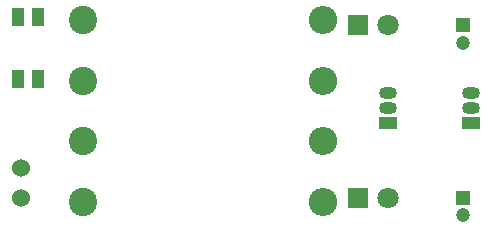
<source format=gbr>
%TF.GenerationSoftware,KiCad,Pcbnew,(5.1.10)-1*%
%TF.CreationDate,2021-09-10T13:44:00+03:00*%
%TF.ProjectId,flip-flop,666c6970-2d66-46c6-9f70-2e6b69636164,rev?*%
%TF.SameCoordinates,Original*%
%TF.FileFunction,Soldermask,Top*%
%TF.FilePolarity,Negative*%
%FSLAX46Y46*%
G04 Gerber Fmt 4.6, Leading zero omitted, Abs format (unit mm)*
G04 Created by KiCad (PCBNEW (5.1.10)-1) date 2021-09-10 13:44:00*
%MOMM*%
%LPD*%
G01*
G04 APERTURE LIST*
%ADD10R,1.200000X1.200000*%
%ADD11C,1.200000*%
%ADD12C,1.800000*%
%ADD13R,1.800000X1.800000*%
%ADD14C,1.524000*%
%ADD15R,1.500000X1.050000*%
%ADD16O,1.500000X1.050000*%
%ADD17O,2.400000X2.400000*%
%ADD18C,2.400000*%
%ADD19R,1.000000X1.550000*%
G04 APERTURE END LIST*
D10*
%TO.C,C1*%
X163195000Y-92075000D03*
D11*
X163195000Y-93575000D03*
%TD*%
%TO.C,C2*%
X163195000Y-108180000D03*
D10*
X163195000Y-106680000D03*
%TD*%
D12*
%TO.C,D1*%
X156845000Y-92075000D03*
D13*
X154305000Y-92075000D03*
%TD*%
%TO.C,D2*%
X154305000Y-106680000D03*
D12*
X156845000Y-106680000D03*
%TD*%
D14*
%TO.C,J1*%
X125730000Y-104140000D03*
X125730000Y-106680000D03*
%TD*%
D15*
%TO.C,Q1*%
X163830000Y-100330000D03*
D16*
X163830000Y-97790000D03*
X163830000Y-99060000D03*
%TD*%
%TO.C,Q2*%
X156845000Y-99060000D03*
X156845000Y-97790000D03*
D15*
X156845000Y-100330000D03*
%TD*%
D17*
%TO.C,R1*%
X151335001Y-91610001D03*
D18*
X131015001Y-91610001D03*
%TD*%
%TO.C,R2*%
X131015001Y-96760001D03*
D17*
X151335001Y-96760001D03*
%TD*%
%TO.C,R3*%
X151335001Y-101910001D03*
D18*
X131015001Y-101910001D03*
%TD*%
%TO.C,R4*%
X131015001Y-107060001D03*
D17*
X151335001Y-107060001D03*
%TD*%
D19*
%TO.C,SW1*%
X127215000Y-91355000D03*
X127215000Y-96605000D03*
X125515000Y-96605000D03*
X125515000Y-91355000D03*
%TD*%
M02*

</source>
